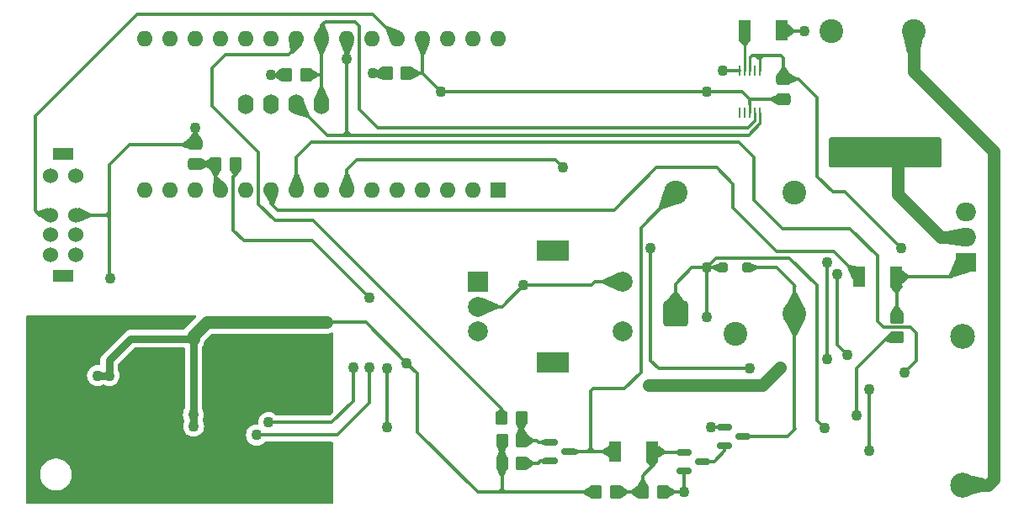
<source format=gtl>
G04 #@! TF.GenerationSoftware,KiCad,Pcbnew,8.0.3*
G04 #@! TF.CreationDate,2024-06-12T20:13:02+02:00*
G04 #@! TF.ProjectId,Li Ion Doctor,4c692049-6f6e-4204-946f-63746f722e6b,1*
G04 #@! TF.SameCoordinates,Original*
G04 #@! TF.FileFunction,Copper,L1,Top*
G04 #@! TF.FilePolarity,Positive*
%FSLAX46Y46*%
G04 Gerber Fmt 4.6, Leading zero omitted, Abs format (unit mm)*
G04 Created by KiCad (PCBNEW 8.0.3) date 2024-06-12 20:13:02*
%MOMM*%
%LPD*%
G01*
G04 APERTURE LIST*
G04 Aperture macros list*
%AMRoundRect*
0 Rectangle with rounded corners*
0 $1 Rounding radius*
0 $2 $3 $4 $5 $6 $7 $8 $9 X,Y pos of 4 corners*
0 Add a 4 corners polygon primitive as box body*
4,1,4,$2,$3,$4,$5,$6,$7,$8,$9,$2,$3,0*
0 Add four circle primitives for the rounded corners*
1,1,$1+$1,$2,$3*
1,1,$1+$1,$4,$5*
1,1,$1+$1,$6,$7*
1,1,$1+$1,$8,$9*
0 Add four rect primitives between the rounded corners*
20,1,$1+$1,$2,$3,$4,$5,0*
20,1,$1+$1,$4,$5,$6,$7,0*
20,1,$1+$1,$6,$7,$8,$9,0*
20,1,$1+$1,$8,$9,$2,$3,0*%
G04 Aperture macros list end*
G04 #@! TA.AperFunction,SMDPad,CuDef*
%ADD10RoundRect,0.250000X-0.250000X-0.250000X0.250000X-0.250000X0.250000X0.250000X-0.250000X0.250000X0*%
G04 #@! TD*
G04 #@! TA.AperFunction,SMDPad,CuDef*
%ADD11RoundRect,0.150000X-0.587500X-0.150000X0.587500X-0.150000X0.587500X0.150000X-0.587500X0.150000X0*%
G04 #@! TD*
G04 #@! TA.AperFunction,SMDPad,CuDef*
%ADD12R,1.250000X2.000000*%
G04 #@! TD*
G04 #@! TA.AperFunction,SMDPad,CuDef*
%ADD13RoundRect,0.250000X-0.350000X-0.450000X0.350000X-0.450000X0.350000X0.450000X-0.350000X0.450000X0*%
G04 #@! TD*
G04 #@! TA.AperFunction,ComponentPad*
%ADD14C,2.400000*%
G04 #@! TD*
G04 #@! TA.AperFunction,SMDPad,CuDef*
%ADD15RoundRect,0.250000X-0.450000X0.350000X-0.450000X-0.350000X0.450000X-0.350000X0.450000X0.350000X0*%
G04 #@! TD*
G04 #@! TA.AperFunction,ComponentPad*
%ADD16R,2.000000X2.000000*%
G04 #@! TD*
G04 #@! TA.AperFunction,ComponentPad*
%ADD17C,2.000000*%
G04 #@! TD*
G04 #@! TA.AperFunction,ComponentPad*
%ADD18R,3.200000X2.000000*%
G04 #@! TD*
G04 #@! TA.AperFunction,SMDPad,CuDef*
%ADD19RoundRect,0.250000X0.350000X0.450000X-0.350000X0.450000X-0.350000X-0.450000X0.350000X-0.450000X0*%
G04 #@! TD*
G04 #@! TA.AperFunction,SMDPad,CuDef*
%ADD20R,0.250000X1.100000*%
G04 #@! TD*
G04 #@! TA.AperFunction,ComponentPad*
%ADD21O,1.600000X2.000000*%
G04 #@! TD*
G04 #@! TA.AperFunction,ComponentPad*
%ADD22C,1.524000*%
G04 #@! TD*
G04 #@! TA.AperFunction,ComponentPad*
%ADD23R,2.032000X1.270000*%
G04 #@! TD*
G04 #@! TA.AperFunction,SMDPad,CuDef*
%ADD24RoundRect,0.250000X0.475000X-0.337500X0.475000X0.337500X-0.475000X0.337500X-0.475000X-0.337500X0*%
G04 #@! TD*
G04 #@! TA.AperFunction,SMDPad,CuDef*
%ADD25RoundRect,0.250000X-0.475000X0.337500X-0.475000X-0.337500X0.475000X-0.337500X0.475000X0.337500X0*%
G04 #@! TD*
G04 #@! TA.AperFunction,ComponentPad*
%ADD26C,2.500000*%
G04 #@! TD*
G04 #@! TA.AperFunction,ComponentPad*
%ADD27RoundRect,0.250000X-1.000000X-1.000000X1.000000X-1.000000X1.000000X1.000000X-1.000000X1.000000X0*%
G04 #@! TD*
G04 #@! TA.AperFunction,ComponentPad*
%ADD28R,2.000000X1.905000*%
G04 #@! TD*
G04 #@! TA.AperFunction,ComponentPad*
%ADD29O,2.000000X1.905000*%
G04 #@! TD*
G04 #@! TA.AperFunction,ComponentPad*
%ADD30C,0.500000*%
G04 #@! TD*
G04 #@! TA.AperFunction,ComponentPad*
%ADD31R,1.600000X1.600000*%
G04 #@! TD*
G04 #@! TA.AperFunction,ComponentPad*
%ADD32O,1.600000X1.600000*%
G04 #@! TD*
G04 #@! TA.AperFunction,ComponentPad*
%ADD33O,1.700000X1.100000*%
G04 #@! TD*
G04 #@! TA.AperFunction,ViaPad*
%ADD34C,1.100000*%
G04 #@! TD*
G04 #@! TA.AperFunction,Conductor*
%ADD35C,0.350000*%
G04 #@! TD*
G04 #@! TA.AperFunction,Conductor*
%ADD36C,0.250000*%
G04 #@! TD*
G04 #@! TA.AperFunction,Conductor*
%ADD37C,0.762000*%
G04 #@! TD*
G04 #@! TA.AperFunction,Conductor*
%ADD38C,1.270000*%
G04 #@! TD*
G04 APERTURE END LIST*
D10*
X165930000Y-109890000D03*
X168430000Y-109890000D03*
D11*
X166143300Y-125912800D03*
X166143300Y-127812800D03*
X168018300Y-126862800D03*
D12*
X155124300Y-128386800D03*
X158874300Y-128386800D03*
D13*
X153206700Y-132511800D03*
X155206700Y-132511800D03*
D11*
X148607300Y-127472400D03*
X148607300Y-129372400D03*
X150482300Y-128422400D03*
D13*
X157899100Y-132486400D03*
X159899100Y-132486400D03*
X143732500Y-127279400D03*
X145732500Y-127279400D03*
D11*
X162079300Y-128452800D03*
X162079300Y-130352800D03*
X163954300Y-129402800D03*
D13*
X114925600Y-99466400D03*
X116925600Y-99466400D03*
D14*
X185140600Y-86106000D03*
D15*
X183438800Y-114916200D03*
X183438800Y-116916200D03*
D16*
X141351000Y-111306600D03*
D17*
X141351000Y-116306600D03*
X141351000Y-113806600D03*
D18*
X148851000Y-108206600D03*
X148851000Y-119406600D03*
D17*
X155851000Y-116306600D03*
X155851000Y-111306600D03*
D19*
X145675100Y-125023800D03*
X143675100Y-125023800D03*
D12*
X168148000Y-86004400D03*
X171898000Y-86004400D03*
D14*
X176911000Y-86106000D03*
D20*
X169656000Y-90022700D03*
X169156000Y-90022700D03*
X168656000Y-90022700D03*
X168156000Y-90022700D03*
X167656000Y-90022700D03*
X167656000Y-94322700D03*
X168156000Y-94322700D03*
X168656000Y-94322700D03*
X169156000Y-94322700D03*
X169656000Y-94322700D03*
D13*
X143732500Y-129565400D03*
X145732500Y-129565400D03*
D21*
X117957600Y-93434600D03*
X120497600Y-93434600D03*
X123037600Y-93434600D03*
X125577600Y-93434600D03*
D19*
X134156200Y-90347800D03*
X132156200Y-90347800D03*
D22*
X100836100Y-108596700D03*
X100836100Y-106596700D03*
X100836100Y-104596700D03*
X100836100Y-100596700D03*
X98336100Y-108596700D03*
X98336100Y-106596700D03*
X98336100Y-104596700D03*
X98336100Y-100596700D03*
D23*
X99586100Y-98446700D03*
X99586100Y-110746700D03*
D24*
X172085000Y-92956200D03*
X172085000Y-90881200D03*
D13*
X122000000Y-90500000D03*
X124000000Y-90500000D03*
D25*
X112877600Y-97383600D03*
X112877600Y-99458600D03*
D12*
X179658800Y-110820200D03*
X183408800Y-110820200D03*
D26*
X190068200Y-116782200D03*
X190068200Y-131782200D03*
D14*
X167188400Y-116562000D03*
X173188400Y-102362000D03*
X161188400Y-102362000D03*
D27*
X161188400Y-114562000D03*
D14*
X173188400Y-114562000D03*
D28*
X190398400Y-109397800D03*
D29*
X190398400Y-106857800D03*
X190398400Y-104317800D03*
D30*
X121104850Y-119928700D03*
X119653050Y-119928700D03*
X118201250Y-119928700D03*
X121104850Y-121943300D03*
X119653050Y-121943300D03*
X118201250Y-121943300D03*
D31*
X143383000Y-102082600D03*
D32*
X140843000Y-102082600D03*
X138303000Y-102082600D03*
X135763000Y-102082600D03*
X133223000Y-102082600D03*
X130683000Y-102082600D03*
X128143000Y-102082600D03*
X125603000Y-102082600D03*
X123063000Y-102082600D03*
X120523000Y-102082600D03*
X117983000Y-102082600D03*
X115443000Y-102082600D03*
X112903000Y-102082600D03*
X110363000Y-102082600D03*
X107823000Y-102082600D03*
X107823000Y-86842600D03*
X110363000Y-86842600D03*
X112903000Y-86842600D03*
X115443000Y-86842600D03*
X117983000Y-86842600D03*
X120523000Y-86842600D03*
X123063000Y-86842600D03*
X125603000Y-86842600D03*
X128143000Y-86842600D03*
X130683000Y-86842600D03*
X133223000Y-86842600D03*
X135763000Y-86842600D03*
X138303000Y-86842600D03*
X140843000Y-86842600D03*
X143383000Y-86842600D03*
D33*
X96907200Y-126602400D03*
X100707200Y-126602400D03*
X96907200Y-117962400D03*
X100707200Y-117962400D03*
D34*
X149860000Y-99822000D03*
X132207000Y-119989600D03*
X132207000Y-125958600D03*
X164731700Y-125938200D03*
X184200800Y-120472200D03*
X120243600Y-125476000D03*
X128778000Y-119964200D03*
X168656000Y-120040400D03*
X158699200Y-107899200D03*
X130710000Y-90340000D03*
X128140000Y-88870000D03*
X164312600Y-92193050D03*
X164312600Y-114858800D03*
X126078400Y-115390000D03*
X120500000Y-90500000D03*
X103040000Y-120760000D03*
X124920000Y-115390000D03*
X134112000Y-119507000D03*
X112699800Y-125857000D03*
X112690000Y-124690000D03*
X123750000Y-115390000D03*
X137591800Y-92176600D03*
X176199800Y-126009400D03*
X104216200Y-120751600D03*
X164309800Y-109890000D03*
X158490000Y-121690000D03*
X159660000Y-121690000D03*
X170820000Y-120820000D03*
X171710000Y-119920000D03*
X169930000Y-121710000D03*
X160820100Y-121691400D03*
X183890000Y-107950000D03*
X145872200Y-111683800D03*
X104279700Y-110985300D03*
X112877600Y-95783400D03*
X162064700Y-132491400D03*
X174142400Y-86055200D03*
X182219600Y-98810000D03*
X183550000Y-99230000D03*
X178430000Y-99240000D03*
X187370000Y-98810000D03*
X186120000Y-99240000D03*
X180950000Y-99230000D03*
X179679600Y-98810000D03*
X177200000Y-98810000D03*
X184886600Y-98810000D03*
X130352800Y-112903000D03*
X119030000Y-126740000D03*
X130352800Y-119964200D03*
X176428400Y-109397800D03*
X165989000Y-90017600D03*
X176428400Y-119100600D03*
X177469800Y-110566200D03*
X178485800Y-118694200D03*
X180644800Y-128346200D03*
X180644800Y-122123200D03*
X179374800Y-124790200D03*
D35*
X129159000Y-99060000D02*
X128143000Y-100076000D01*
X149860000Y-99822000D02*
X149098000Y-99060000D01*
X149098000Y-99060000D02*
X129159000Y-99060000D01*
X128143000Y-100076000D02*
X128143000Y-102082600D01*
X132207000Y-119989600D02*
X132207000Y-125958600D01*
X164731700Y-125938200D02*
X166117900Y-125938200D01*
X167589200Y-97282000D02*
X124561600Y-97282000D01*
X182092600Y-115900200D02*
X181508400Y-115316000D01*
X169113200Y-103124000D02*
X169113200Y-98806000D01*
X185394600Y-116484400D02*
X184810400Y-115900200D01*
X124561600Y-97282000D02*
X123063000Y-98780600D01*
X169113200Y-98806000D02*
X167589200Y-97282000D01*
X171958000Y-105968800D02*
X169113200Y-103124000D01*
X181508400Y-108712000D02*
X178765200Y-105968800D01*
X185394600Y-119278400D02*
X185394600Y-116484400D01*
X123063000Y-98780600D02*
X123063000Y-102082600D01*
X184200800Y-120472200D02*
X185394600Y-119278400D01*
X181508400Y-115316000D02*
X181508400Y-108712000D01*
X184810400Y-115900200D02*
X182092600Y-115900200D01*
X178765200Y-105968800D02*
X171958000Y-105968800D01*
X166979600Y-103860600D02*
X166979600Y-101447600D01*
X177093400Y-108254800D02*
X171373800Y-108254800D01*
X166979600Y-101447600D02*
X165354000Y-99822000D01*
X159258000Y-99822000D02*
X154990800Y-104089200D01*
X171373800Y-108254800D02*
X166979600Y-103860600D01*
X165354000Y-99822000D02*
X159258000Y-99822000D01*
X120523000Y-103454200D02*
X120523000Y-102082600D01*
X121158000Y-104089200D02*
X120523000Y-103454200D01*
X154990800Y-104089200D02*
X121158000Y-104089200D01*
X179658800Y-110820200D02*
X177093400Y-108254800D01*
X128778000Y-119964200D02*
X128778000Y-123317000D01*
X128778000Y-123317000D02*
X126619000Y-125476000D01*
X126619000Y-125476000D02*
X120243600Y-125476000D01*
X114925600Y-99466400D02*
X112885400Y-99466400D01*
X114925600Y-99466400D02*
X114925600Y-101565200D01*
X114925600Y-101565200D02*
X115443000Y-102082600D01*
X159486600Y-120040400D02*
X158673800Y-119227600D01*
X158673800Y-119227600D02*
X158673800Y-107950000D01*
X168656000Y-120040400D02*
X159486600Y-120040400D01*
X123063000Y-87680800D02*
X122301000Y-88442800D01*
X120878600Y-105156000D02*
X124714000Y-105156000D01*
X119253000Y-98298000D02*
X119253000Y-103530400D01*
X124714000Y-105156000D02*
X143687800Y-124129800D01*
X114554000Y-93599000D02*
X119253000Y-98298000D01*
X122301000Y-88442800D02*
X115925600Y-88442800D01*
X123063000Y-86842600D02*
X123063000Y-87680800D01*
X114554000Y-89814400D02*
X114554000Y-93599000D01*
X115925600Y-88442800D02*
X114554000Y-89814400D01*
X119253000Y-103530400D02*
X120878600Y-105156000D01*
X143675100Y-125023800D02*
X143675100Y-124142500D01*
X125577600Y-93434600D02*
X125577600Y-90500200D01*
X131216400Y-95783400D02*
X168520300Y-95783400D01*
X125603000Y-86842600D02*
X125603000Y-85496400D01*
X129387600Y-93954600D02*
X131216400Y-95783400D01*
X124000000Y-90500000D02*
X125577400Y-90500000D01*
X129387600Y-85547200D02*
X129387600Y-93954600D01*
D36*
X125577400Y-90500000D02*
X125577600Y-90500200D01*
D35*
X125984000Y-85115400D02*
X128955800Y-85115400D01*
X125577600Y-90500200D02*
X125577600Y-86868000D01*
X128955800Y-85115400D02*
X129387600Y-85547200D01*
X168520300Y-95783400D02*
X169156000Y-95147700D01*
D36*
X169156000Y-94322700D02*
X169156000Y-95147700D01*
D35*
X125603000Y-85496400D02*
X125984000Y-85115400D01*
D36*
X169656000Y-94322700D02*
X169656000Y-95425518D01*
D35*
X130710000Y-90340000D02*
X132148400Y-90340000D01*
X126148400Y-96545400D02*
X127850000Y-96545400D01*
X128143000Y-86842600D02*
X128143000Y-88722200D01*
X128143000Y-96250000D02*
X128164600Y-96250000D01*
X128164600Y-96250000D02*
X128460000Y-96545400D01*
X127850000Y-96545400D02*
X128460000Y-96545400D01*
X132148400Y-90340000D02*
X132156200Y-90347800D01*
X128143000Y-96250000D02*
X128143000Y-96252400D01*
X168536118Y-96545400D02*
X169656000Y-95425518D01*
X128143000Y-96252400D02*
X127850000Y-96545400D01*
X123037600Y-93434600D02*
X126148400Y-96545400D01*
X128143000Y-88722200D02*
X128143000Y-96250000D01*
X128460000Y-96545400D02*
X168536118Y-96545400D01*
X96761300Y-104140000D02*
X97218000Y-104596700D01*
X107019000Y-84370000D02*
X96761300Y-94627700D01*
X96761300Y-94627700D02*
X96761300Y-104140000D01*
X133223000Y-86842600D02*
X130750400Y-84370000D01*
X130750400Y-84370000D02*
X107019000Y-84370000D01*
X97218000Y-104596700D02*
X98336100Y-104596700D01*
D36*
X122000000Y-90500000D02*
X120500000Y-90500000D01*
X135178800Y-126390400D02*
X135255000Y-126466600D01*
D35*
X134156200Y-90347800D02*
X135763000Y-90347800D01*
X141300200Y-132511800D02*
X135255000Y-126466600D01*
X164338000Y-92193050D02*
X137642600Y-92193050D01*
X143732500Y-132200000D02*
X143732500Y-132505200D01*
X168650000Y-92992400D02*
X168650000Y-93450000D01*
X143732500Y-127279400D02*
X143732500Y-129565400D01*
X175427000Y-125236600D02*
X175427000Y-111673000D01*
D37*
X103048400Y-120751600D02*
X103040000Y-120760000D01*
X112699800Y-125857000D02*
X112699800Y-117051000D01*
D35*
X135763000Y-86842600D02*
X135763000Y-90347800D01*
X162855200Y-109890000D02*
X161188400Y-111556800D01*
X164309800Y-109890000D02*
X162855200Y-109890000D01*
X135178800Y-120548400D02*
X135178800Y-126390400D01*
X164309800Y-114856000D02*
X164312600Y-114858800D01*
X143450000Y-132482500D02*
X143732500Y-132200000D01*
X130020400Y-115390000D02*
X134112000Y-119481600D01*
X134137400Y-119507000D02*
X135178800Y-120548400D01*
D37*
X104216200Y-120751600D02*
X104216200Y-119209400D01*
D35*
X164309800Y-109890000D02*
X165930000Y-109890000D01*
X164309800Y-109890000D02*
X164309800Y-114856000D01*
X143450000Y-132511800D02*
X141300200Y-132511800D01*
D38*
X112699800Y-116738400D02*
X114046000Y-115392200D01*
D35*
X161188400Y-111556800D02*
X161188400Y-114562000D01*
X126078400Y-115390000D02*
X130020400Y-115390000D01*
X167850000Y-92193050D02*
X164338000Y-92193050D01*
D38*
X114046000Y-115392200D02*
X126076200Y-115392200D01*
D35*
X172669200Y-108915200D02*
X165284600Y-108915200D01*
X135763000Y-90347800D02*
X137591800Y-92176600D01*
X144050000Y-132511800D02*
X143450000Y-132511800D01*
X172085000Y-92956200D02*
X168686200Y-92956200D01*
D37*
X104216200Y-119209400D02*
X106374600Y-117051000D01*
D35*
X143738200Y-132200000D02*
X144050000Y-132511800D01*
X165284600Y-108915200D02*
X164309800Y-109890000D01*
D36*
X167923050Y-92193050D02*
X167850000Y-92193050D01*
X168656000Y-93456000D02*
X168656000Y-94322700D01*
D37*
X106374600Y-117051000D02*
X112699800Y-117051000D01*
X104216200Y-120751600D02*
X103048400Y-120751600D01*
D35*
X143732500Y-129565400D02*
X143732500Y-132200000D01*
D38*
X112699800Y-117051000D02*
X112699800Y-116738400D01*
D36*
X168650000Y-93450000D02*
X168656000Y-93456000D01*
D35*
X176199800Y-126009400D02*
X175427000Y-125236600D01*
D38*
X126076200Y-115392200D02*
X126078400Y-115390000D01*
D35*
X153206700Y-132511800D02*
X144050000Y-132511800D01*
X168656000Y-92926000D02*
X167923050Y-92193050D01*
X175427000Y-111673000D02*
X172669200Y-108915200D01*
D38*
X169940000Y-121690000D02*
X171710000Y-119920000D01*
X158490000Y-121690000D02*
X169940000Y-121690000D01*
D35*
X168911000Y-88519000D02*
X168706000Y-88724000D01*
X178110000Y-102250000D02*
X177000000Y-102250000D01*
D36*
X169656000Y-88523000D02*
X169660000Y-88519000D01*
D35*
X178190000Y-102250000D02*
X178110000Y-102250000D01*
X175463200Y-92735400D02*
X173609000Y-90881200D01*
X169330000Y-88574000D02*
X169656000Y-88900000D01*
X169660000Y-88519000D02*
X169330000Y-88519000D01*
X177000000Y-102250000D02*
X175463200Y-100713200D01*
D36*
X169656000Y-88900000D02*
X169656000Y-88523000D01*
X168656000Y-90022700D02*
X168656000Y-88774000D01*
D35*
X172085000Y-90020000D02*
X172085000Y-90881200D01*
X169330000Y-88519000D02*
X169330000Y-88574000D01*
X171050000Y-88519000D02*
X170040000Y-88519000D01*
X173609000Y-90881200D02*
X172085000Y-90881200D01*
D36*
X168656000Y-88774000D02*
X168706000Y-88724000D01*
D35*
X169656000Y-88900000D02*
X169659000Y-88900000D01*
X171780200Y-88519000D02*
X172085000Y-88823800D01*
X170040000Y-88519000D02*
X169660000Y-88519000D01*
X171170000Y-88519000D02*
X171050000Y-88519000D01*
X171780200Y-88519000D02*
X171170000Y-88519000D01*
X175463200Y-100713200D02*
X175463200Y-92735400D01*
X172082300Y-90022700D02*
X172085000Y-90020000D01*
X172085000Y-88823800D02*
X172085000Y-90020000D01*
X169330000Y-88519000D02*
X168911000Y-88519000D01*
D36*
X169656000Y-90022700D02*
X169656000Y-88900000D01*
D35*
X169659000Y-88900000D02*
X170040000Y-88519000D01*
X183890000Y-107950000D02*
X178190000Y-102250000D01*
X112877600Y-95783400D02*
X112877600Y-97383600D01*
X104254300Y-104596700D02*
X104254300Y-104900000D01*
X104254300Y-104300000D02*
X104254300Y-99570900D01*
X145872200Y-111683800D02*
X152704800Y-111683800D01*
X104254300Y-104900000D02*
X104254300Y-110985300D01*
X159899100Y-132486400D02*
X162059700Y-132486400D01*
X153082000Y-111306600D02*
X155851000Y-111306600D01*
X104254300Y-99570900D02*
X106281400Y-97543800D01*
X106281400Y-97543800D02*
X112877600Y-97543800D01*
X104246700Y-104300000D02*
X103950000Y-104596700D01*
X103950000Y-104596700D02*
X104254300Y-104596700D01*
X141351000Y-113806600D02*
X143749400Y-113806600D01*
X103951000Y-104596700D02*
X104254300Y-104900000D01*
X152704800Y-111683800D02*
X153082000Y-111306600D01*
X100836100Y-104596700D02*
X103950000Y-104596700D01*
X162064700Y-132491400D02*
X162064700Y-130367400D01*
X143749400Y-113806600D02*
X145872200Y-111683800D01*
X104254300Y-104596700D02*
X104254300Y-104300000D01*
D36*
X168156000Y-90022700D02*
X168156000Y-86012400D01*
D35*
X168148000Y-86004400D02*
X168106000Y-86046400D01*
X156083000Y-122047000D02*
X152908000Y-122047000D01*
X152641300Y-128422400D02*
X153000000Y-128422400D01*
X174142400Y-86055200D02*
X171948800Y-86055200D01*
X152350000Y-128404000D02*
X152654000Y-128100000D01*
X152677600Y-128100000D02*
X153000000Y-128422400D01*
X157695900Y-105854500D02*
X161188400Y-102362000D01*
X153000000Y-128422400D02*
X155088700Y-128422400D01*
X157695900Y-120434100D02*
X157695900Y-105854500D01*
X157695900Y-120434100D02*
X156083000Y-122047000D01*
X152654000Y-128100000D02*
X152654000Y-128409700D01*
X150482300Y-128422400D02*
X152350000Y-128422400D01*
X152654000Y-122301000D02*
X152654000Y-128100000D01*
X152350000Y-128422400D02*
X152641300Y-128422400D01*
X152908000Y-122047000D02*
X152654000Y-122301000D01*
X183438800Y-114916200D02*
X183438800Y-110850200D01*
X183408800Y-110820200D02*
X188976000Y-110820200D01*
X188976000Y-110820200D02*
X190398400Y-109397800D01*
X173188400Y-111678400D02*
X173188400Y-111774200D01*
X168018300Y-126862800D02*
X172476200Y-126862800D01*
X168430000Y-109890000D02*
X171400000Y-109890000D01*
X171400000Y-109890000D02*
X173188400Y-111678400D01*
X173188400Y-126122200D02*
X173188400Y-114562000D01*
X173188400Y-111774200D02*
X173188400Y-114562000D01*
X172476200Y-126862800D02*
X173202600Y-126136400D01*
D36*
X173202600Y-126136400D02*
X173188400Y-126122200D01*
X173202600Y-111760000D02*
X173188400Y-111774200D01*
D35*
X162079300Y-128452800D02*
X158940300Y-128452800D01*
X158874300Y-128386800D02*
X158874300Y-129885600D01*
X158874300Y-129885600D02*
X157899100Y-130860800D01*
X157899100Y-132486400D02*
X155232100Y-132486400D01*
X157899100Y-130860800D02*
X157899100Y-132486400D01*
X147205700Y-127279400D02*
X147398700Y-127472400D01*
X145675100Y-125023800D02*
X145675100Y-127222000D01*
X147398700Y-127472400D02*
X148607300Y-127472400D01*
X145732500Y-127279400D02*
X147205700Y-127279400D01*
X148607300Y-129372400D02*
X147576500Y-129372400D01*
X147383500Y-129565400D02*
X147576500Y-129372400D01*
X145732500Y-129565400D02*
X147383500Y-129565400D01*
D38*
X183550000Y-102524000D02*
X187883800Y-106857800D01*
X183550000Y-99230000D02*
X183550000Y-102524000D01*
X187883800Y-106857800D02*
X190398400Y-106857800D01*
D35*
X124631200Y-107181400D02*
X117779800Y-107181400D01*
X130352800Y-123520200D02*
X130352800Y-119964200D01*
X117779800Y-107181400D02*
X116713000Y-106114600D01*
X127133000Y-126740000D02*
X130352800Y-123520200D01*
X116713000Y-106114600D02*
X116713000Y-100761800D01*
X119030000Y-126740000D02*
X127133000Y-126740000D01*
X116925600Y-100549200D02*
X116713000Y-100761800D01*
X130352800Y-112903000D02*
X124631200Y-107181400D01*
X116925600Y-99466400D02*
X116925600Y-100549200D01*
D38*
X185140600Y-90145800D02*
X193216600Y-98221800D01*
X192625400Y-131782200D02*
X193216600Y-131191000D01*
X190068200Y-131782200D02*
X192625400Y-131782200D01*
X193216600Y-131191000D02*
X193216600Y-98221800D01*
X185140600Y-86106000D02*
X185140600Y-90145800D01*
D35*
X163954300Y-129402800D02*
X165072100Y-129402800D01*
X165072100Y-129402800D02*
X166143300Y-128331600D01*
X166143300Y-128331600D02*
X166143300Y-127812800D01*
X165989000Y-90017600D02*
X167606000Y-90017600D01*
X176428400Y-109397800D02*
X176428400Y-119100600D01*
X177469800Y-117678200D02*
X178485800Y-118694200D01*
X177469800Y-110566200D02*
X177469800Y-117678200D01*
X180644800Y-122123200D02*
X180644800Y-128346200D01*
X179374800Y-124790200D02*
X179374800Y-120051400D01*
X179374800Y-120051400D02*
X182510000Y-116916200D01*
X182510000Y-116916200D02*
X183438800Y-116916200D01*
G04 #@! TA.AperFunction,Conductor*
G36*
X112907535Y-114712046D02*
G01*
X112953333Y-114764812D01*
X112963333Y-114833962D01*
X112934361Y-114897542D01*
X112928262Y-114904097D01*
X111960072Y-115872289D01*
X111833691Y-115998669D01*
X111833690Y-115998670D01*
X111746711Y-116118386D01*
X111691380Y-116161051D01*
X111646393Y-116169500D01*
X106287775Y-116169500D01*
X106117483Y-116203373D01*
X106117475Y-116203375D01*
X106027849Y-116240500D01*
X105957056Y-116269823D01*
X105957046Y-116269828D01*
X105817058Y-116363367D01*
X105812673Y-116366296D01*
X105812672Y-116366297D01*
X103531496Y-118647472D01*
X103531495Y-118647473D01*
X103435022Y-118791856D01*
X103368577Y-118952271D01*
X103368574Y-118952281D01*
X103334700Y-119122577D01*
X103334700Y-119596629D01*
X103315015Y-119663668D01*
X103262211Y-119709423D01*
X103198546Y-119720032D01*
X103040000Y-119704417D01*
X102834067Y-119724699D01*
X102636043Y-119784769D01*
X102525898Y-119843643D01*
X102453550Y-119882315D01*
X102453548Y-119882316D01*
X102453547Y-119882317D01*
X102293589Y-120013589D01*
X102162317Y-120173547D01*
X102064769Y-120356043D01*
X102004699Y-120554067D01*
X101984417Y-120760000D01*
X102004699Y-120965932D01*
X102004700Y-120965934D01*
X102064768Y-121163954D01*
X102162315Y-121346450D01*
X102162317Y-121346452D01*
X102293589Y-121506410D01*
X102390209Y-121585702D01*
X102453550Y-121637685D01*
X102636046Y-121735232D01*
X102834066Y-121795300D01*
X102834065Y-121795300D01*
X102852529Y-121797118D01*
X103040000Y-121815583D01*
X103245934Y-121795300D01*
X103443954Y-121735232D01*
X103577505Y-121663846D01*
X103645905Y-121649605D01*
X103694409Y-121663846D01*
X103812246Y-121726832D01*
X104010266Y-121786900D01*
X104010265Y-121786900D01*
X104028729Y-121788718D01*
X104216200Y-121807183D01*
X104422134Y-121786900D01*
X104620154Y-121726832D01*
X104802650Y-121629285D01*
X104962610Y-121498010D01*
X105093885Y-121338050D01*
X105191432Y-121155554D01*
X105251500Y-120957534D01*
X105271783Y-120751600D01*
X105251500Y-120545666D01*
X105191432Y-120347646D01*
X105112342Y-120199680D01*
X105097700Y-120141226D01*
X105097700Y-119625891D01*
X105117385Y-119558852D01*
X105134019Y-119538210D01*
X106703410Y-117968819D01*
X106764733Y-117935334D01*
X106791091Y-117932500D01*
X111694300Y-117932500D01*
X111761339Y-117952185D01*
X111807094Y-118004989D01*
X111818300Y-118056500D01*
X111818300Y-124061292D01*
X111803658Y-124119746D01*
X111714769Y-124286043D01*
X111654699Y-124484067D01*
X111634417Y-124690000D01*
X111654699Y-124895932D01*
X111714769Y-125093958D01*
X111784393Y-125224214D01*
X111798635Y-125292616D01*
X111784393Y-125341120D01*
X111724571Y-125453038D01*
X111724570Y-125453041D01*
X111664499Y-125651067D01*
X111644217Y-125857000D01*
X111664499Y-126062932D01*
X111664500Y-126062934D01*
X111724568Y-126260954D01*
X111822115Y-126443450D01*
X111822117Y-126443452D01*
X111953389Y-126603410D01*
X112050009Y-126682702D01*
X112113350Y-126734685D01*
X112295846Y-126832232D01*
X112493866Y-126892300D01*
X112493865Y-126892300D01*
X112512329Y-126894118D01*
X112699800Y-126912583D01*
X112905734Y-126892300D01*
X113103754Y-126832232D01*
X113286250Y-126734685D01*
X113446210Y-126603410D01*
X113577485Y-126443450D01*
X113675032Y-126260954D01*
X113735100Y-126062934D01*
X113755383Y-125857000D01*
X113735100Y-125651066D01*
X113675032Y-125453046D01*
X113605405Y-125322785D01*
X113591164Y-125254383D01*
X113605405Y-125205880D01*
X113665232Y-125093954D01*
X113725300Y-124895934D01*
X113745583Y-124690000D01*
X113725300Y-124484066D01*
X113665232Y-124286046D01*
X113665228Y-124286038D01*
X113595942Y-124156413D01*
X113581300Y-124097960D01*
X113581300Y-117809837D01*
X113600985Y-117742798D01*
X113604972Y-117736964D01*
X113670967Y-117646132D01*
X113752109Y-117486881D01*
X113807340Y-117316897D01*
X113816130Y-117261396D01*
X113846057Y-117198266D01*
X113850902Y-117193135D01*
X114480021Y-116564019D01*
X114541344Y-116530534D01*
X114567702Y-116527700D01*
X126165570Y-116527700D01*
X126244024Y-116515273D01*
X126342097Y-116499741D01*
X126470393Y-116458053D01*
X126512081Y-116444509D01*
X126565706Y-116417185D01*
X126634375Y-116404290D01*
X126699115Y-116430567D01*
X126739372Y-116487673D01*
X126746000Y-116527671D01*
X126746000Y-124342337D01*
X126726315Y-124409376D01*
X126709681Y-124430018D01*
X126375518Y-124764181D01*
X126314195Y-124797666D01*
X126287837Y-124800500D01*
X121106852Y-124800500D01*
X121039813Y-124780815D01*
X121010998Y-124755164D01*
X120990010Y-124729589D01*
X120830052Y-124598317D01*
X120830053Y-124598317D01*
X120830050Y-124598315D01*
X120647554Y-124500768D01*
X120449534Y-124440700D01*
X120449532Y-124440699D01*
X120449534Y-124440699D01*
X120243600Y-124420417D01*
X120037667Y-124440699D01*
X119839643Y-124500769D01*
X119729498Y-124559643D01*
X119657150Y-124598315D01*
X119657148Y-124598316D01*
X119657147Y-124598317D01*
X119497189Y-124729589D01*
X119365917Y-124889547D01*
X119268369Y-125072043D01*
X119208299Y-125270067D01*
X119188017Y-125476000D01*
X119195483Y-125551807D01*
X119182464Y-125620453D01*
X119134399Y-125671164D01*
X119066548Y-125687838D01*
X119059928Y-125687364D01*
X119030002Y-125684417D01*
X119030001Y-125684417D01*
X119030000Y-125684417D01*
X119009718Y-125686414D01*
X118824067Y-125704699D01*
X118626043Y-125764769D01*
X118515898Y-125823643D01*
X118443550Y-125862315D01*
X118443548Y-125862316D01*
X118443547Y-125862317D01*
X118283589Y-125993589D01*
X118152317Y-126153547D01*
X118054769Y-126336043D01*
X117994699Y-126534067D01*
X117974417Y-126740000D01*
X117994699Y-126945932D01*
X117994700Y-126945934D01*
X118054768Y-127143954D01*
X118152315Y-127326450D01*
X118152317Y-127326452D01*
X118283589Y-127486410D01*
X118380209Y-127565702D01*
X118443550Y-127617685D01*
X118626046Y-127715232D01*
X118824066Y-127775300D01*
X118824065Y-127775300D01*
X118842529Y-127777118D01*
X119030000Y-127795583D01*
X119235934Y-127775300D01*
X119433954Y-127715232D01*
X119616450Y-127617685D01*
X119776410Y-127486410D01*
X119797398Y-127460836D01*
X119855143Y-127421501D01*
X119893252Y-127415500D01*
X126622000Y-127415500D01*
X126689039Y-127435185D01*
X126734794Y-127487989D01*
X126746000Y-127539500D01*
X126746000Y-133556200D01*
X126726315Y-133623239D01*
X126673511Y-133668994D01*
X126622000Y-133680200D01*
X95975600Y-133680200D01*
X95908561Y-133660515D01*
X95862806Y-133607711D01*
X95851600Y-133556200D01*
X95851600Y-130586465D01*
X97254066Y-130586465D01*
X97254066Y-130837934D01*
X97293401Y-131086290D01*
X97371108Y-131325444D01*
X97485268Y-131549493D01*
X97633063Y-131752917D01*
X97633067Y-131752922D01*
X97810877Y-131930732D01*
X97810882Y-131930736D01*
X97988320Y-132059651D01*
X98014310Y-132078534D01*
X98157074Y-132151276D01*
X98238355Y-132192691D01*
X98238357Y-132192691D01*
X98238360Y-132192693D01*
X98366549Y-132234344D01*
X98477509Y-132270398D01*
X98725866Y-132309734D01*
X98977329Y-132309734D01*
X98977334Y-132309734D01*
X99225690Y-132270398D01*
X99464840Y-132192693D01*
X99688890Y-132078534D01*
X99892324Y-131930731D01*
X100070131Y-131752924D01*
X100217934Y-131549490D01*
X100332093Y-131325440D01*
X100409798Y-131086290D01*
X100449134Y-130837929D01*
X100451600Y-130712200D01*
X100449134Y-130586471D01*
X100409798Y-130338110D01*
X100332093Y-130098960D01*
X100332091Y-130098957D01*
X100332091Y-130098955D01*
X100290676Y-130017674D01*
X100217934Y-129874910D01*
X100199051Y-129848920D01*
X100070136Y-129671482D01*
X100070132Y-129671477D01*
X99892322Y-129493667D01*
X99892317Y-129493663D01*
X99688893Y-129345868D01*
X99688892Y-129345867D01*
X99688890Y-129345866D01*
X99618922Y-129310215D01*
X99464844Y-129231708D01*
X99225690Y-129154001D01*
X98977334Y-129114666D01*
X98977329Y-129114666D01*
X98725871Y-129114666D01*
X98725866Y-129114666D01*
X98477509Y-129154001D01*
X98238355Y-129231708D01*
X98014306Y-129345868D01*
X97810882Y-129493663D01*
X97810877Y-129493667D01*
X97633067Y-129671477D01*
X97633063Y-129671482D01*
X97485268Y-129874906D01*
X97371108Y-130098955D01*
X97293401Y-130338109D01*
X97254066Y-130586465D01*
X95851600Y-130586465D01*
X95851600Y-114830262D01*
X95871285Y-114763223D01*
X95924089Y-114717468D01*
X95975496Y-114706262D01*
X112840480Y-114692416D01*
X112907535Y-114712046D01*
G37*
G04 #@! TD.AperFunction*
G04 #@! TA.AperFunction,Conductor*
G36*
X187823277Y-96797685D02*
G01*
X187843919Y-96814319D01*
X187898281Y-96868681D01*
X187931766Y-96930004D01*
X187934600Y-96956362D01*
X187934600Y-99647638D01*
X187914915Y-99714677D01*
X187898281Y-99735319D01*
X187843919Y-99789681D01*
X187782596Y-99823166D01*
X187756238Y-99826000D01*
X176809962Y-99826000D01*
X176742923Y-99806315D01*
X176722281Y-99789681D01*
X176667919Y-99735319D01*
X176634434Y-99673996D01*
X176631600Y-99647638D01*
X176631600Y-96956362D01*
X176651285Y-96889323D01*
X176667919Y-96868681D01*
X176722281Y-96814319D01*
X176783604Y-96780834D01*
X176809962Y-96778000D01*
X187756238Y-96778000D01*
X187823277Y-96797685D01*
G37*
G04 #@! TD.AperFunction*
G04 #@! TA.AperFunction,Conductor*
G36*
X128318610Y-100486027D02*
G01*
X128321062Y-100489624D01*
X128877346Y-101765541D01*
X128877511Y-101774494D01*
X128871297Y-101780942D01*
X128871111Y-101781021D01*
X128147490Y-102081734D01*
X128138536Y-102081744D01*
X127414887Y-101781020D01*
X127408563Y-101774682D01*
X127408574Y-101765727D01*
X127408653Y-101765541D01*
X127964938Y-100489624D01*
X127971386Y-100483410D01*
X127975663Y-100482600D01*
X128310337Y-100482600D01*
X128318610Y-100486027D01*
G37*
G04 #@! TD.AperFunction*
G04 #@! TA.AperFunction,Conductor*
G36*
X123238610Y-100486027D02*
G01*
X123241062Y-100489624D01*
X123797346Y-101765541D01*
X123797511Y-101774494D01*
X123791297Y-101780942D01*
X123791111Y-101781021D01*
X123067490Y-102081734D01*
X123058536Y-102081744D01*
X122334887Y-101781020D01*
X122328563Y-101774682D01*
X122328574Y-101765727D01*
X122328653Y-101765541D01*
X122884938Y-100489624D01*
X122891386Y-100483410D01*
X122895663Y-100482600D01*
X123230337Y-100482600D01*
X123238610Y-100486027D01*
G37*
G04 #@! TD.AperFunction*
G04 #@! TA.AperFunction,Conductor*
G36*
X121251328Y-102384277D02*
G01*
X121257657Y-102390612D01*
X121257665Y-102399535D01*
X120809137Y-103489792D01*
X120806590Y-103493614D01*
X120571558Y-103728646D01*
X120563285Y-103732073D01*
X120555012Y-103728646D01*
X120553146Y-103726210D01*
X119790527Y-102400277D01*
X119789374Y-102391398D01*
X119794837Y-102384303D01*
X119796164Y-102383648D01*
X120517807Y-102083756D01*
X120526760Y-102083746D01*
X121251328Y-102384277D01*
G37*
G04 #@! TD.AperFunction*
G04 #@! TA.AperFunction,Conductor*
G36*
X178721915Y-109630970D02*
G01*
X179534648Y-109818347D01*
X179541939Y-109823545D01*
X179543640Y-109828391D01*
X179658480Y-110812112D01*
X179656036Y-110820727D01*
X179651322Y-110824284D01*
X179044103Y-111074832D01*
X179035148Y-111074820D01*
X179029054Y-111068999D01*
X178471616Y-109884442D01*
X178471194Y-109875497D01*
X178473927Y-109871189D01*
X178711018Y-109634098D01*
X178719290Y-109630672D01*
X178721915Y-109630970D01*
G37*
G04 #@! TD.AperFunction*
G04 #@! TA.AperFunction,Conductor*
G36*
X114387614Y-98873749D02*
G01*
X114601798Y-99109258D01*
X114919440Y-99458528D01*
X114922471Y-99466954D01*
X114919440Y-99474272D01*
X114387616Y-100059049D01*
X114379514Y-100062864D01*
X114372594Y-100060993D01*
X113730934Y-99644859D01*
X113725857Y-99637483D01*
X113725600Y-99635043D01*
X113725600Y-99297756D01*
X113729027Y-99289483D01*
X113730929Y-99287943D01*
X114372595Y-98871805D01*
X114381400Y-98870179D01*
X114387614Y-98873749D01*
G37*
G04 #@! TD.AperFunction*
G04 #@! TA.AperFunction,Conductor*
G36*
X113455918Y-98894266D02*
G01*
X114183967Y-99288082D01*
X114189613Y-99295032D01*
X114190100Y-99298373D01*
X114190100Y-99634295D01*
X114186673Y-99642568D01*
X114183797Y-99644676D01*
X113455855Y-100023126D01*
X113446934Y-100023902D01*
X113442208Y-100021041D01*
X112884941Y-99466894D01*
X112881492Y-99458633D01*
X112884896Y-99450350D01*
X113442105Y-98896260D01*
X113450386Y-98892858D01*
X113455918Y-98894266D01*
G37*
G04 #@! TD.AperFunction*
G04 #@! TA.AperFunction,Conductor*
G36*
X115103955Y-100687727D02*
G01*
X115999683Y-101508665D01*
X116003467Y-101516781D01*
X116000403Y-101525195D01*
X116000058Y-101525556D01*
X115446434Y-102080159D01*
X115438164Y-102083593D01*
X115438139Y-102083593D01*
X114655618Y-102082615D01*
X114647350Y-102079178D01*
X114643933Y-102070900D01*
X114643967Y-102070030D01*
X114749769Y-100695454D01*
X114753820Y-100687468D01*
X114761434Y-100684652D01*
X115096050Y-100684652D01*
X115103955Y-100687727D01*
G37*
G04 #@! TD.AperFunction*
G04 #@! TA.AperFunction,Conductor*
G36*
X114933616Y-99472943D02*
G01*
X115200049Y-99723647D01*
X115500027Y-100005915D01*
X115503704Y-100014080D01*
X115502312Y-100019981D01*
X115103913Y-100760245D01*
X115096974Y-100765906D01*
X115093610Y-100766400D01*
X114757590Y-100766400D01*
X114749317Y-100762973D01*
X114747287Y-100760245D01*
X114348887Y-100019981D01*
X114347984Y-100011072D01*
X114351172Y-100005915D01*
X114917583Y-99472943D01*
X114925956Y-99469770D01*
X114933616Y-99472943D01*
G37*
G04 #@! TD.AperFunction*
G04 #@! TA.AperFunction,Conductor*
G36*
X123067122Y-86845317D02*
G01*
X123067139Y-86845334D01*
X123620232Y-87399811D01*
X123623649Y-87408089D01*
X123620212Y-87416357D01*
X123620023Y-87416542D01*
X122656338Y-88335333D01*
X122647985Y-88338562D01*
X122639991Y-88335138D01*
X122403491Y-88098638D01*
X122400134Y-88091642D01*
X122326014Y-87416542D01*
X122264423Y-86855563D01*
X122266926Y-86846967D01*
X122274776Y-86842658D01*
X122276034Y-86842588D01*
X123058846Y-86841897D01*
X123067122Y-86845317D01*
G37*
G04 #@! TD.AperFunction*
G04 #@! TA.AperFunction,Conductor*
G36*
X143853170Y-124144721D02*
G01*
X144191691Y-124389653D01*
X144196385Y-124397279D01*
X144194312Y-124405990D01*
X144193796Y-124406653D01*
X143684063Y-125014118D01*
X143676120Y-125018252D01*
X143667579Y-125015560D01*
X143666137Y-125014118D01*
X143469429Y-124779696D01*
X143156402Y-124406651D01*
X143153711Y-124398112D01*
X143157845Y-124390169D01*
X143158493Y-124389664D01*
X143497030Y-124144720D01*
X143503888Y-124142500D01*
X143846312Y-124142500D01*
X143853170Y-124144721D01*
G37*
G04 #@! TD.AperFunction*
G04 #@! TA.AperFunction,Conductor*
G36*
X125753167Y-91653399D02*
G01*
X125755643Y-91657051D01*
X126239592Y-92782739D01*
X126239711Y-92791693D01*
X126236991Y-92795757D01*
X125585748Y-93427693D01*
X125577424Y-93430995D01*
X125569452Y-93427693D01*
X124918208Y-92795757D01*
X124914657Y-92787536D01*
X124915606Y-92782741D01*
X125399557Y-91657051D01*
X125405973Y-91650804D01*
X125410306Y-91649972D01*
X125744894Y-91649972D01*
X125753167Y-91653399D01*
G37*
G04 #@! TD.AperFunction*
G04 #@! TA.AperFunction,Conductor*
G36*
X125667067Y-85202059D02*
G01*
X125669382Y-85203855D01*
X125904500Y-85438973D01*
X125907098Y-85442921D01*
X126337841Y-86525738D01*
X126337715Y-86534692D01*
X126331453Y-86540870D01*
X125606780Y-86841445D01*
X125597825Y-86841450D01*
X125597807Y-86841442D01*
X124876334Y-86541622D01*
X124870009Y-86535283D01*
X124870020Y-86526328D01*
X124870751Y-86524867D01*
X125651042Y-85206168D01*
X125658202Y-85200795D01*
X125667067Y-85202059D01*
G37*
G04 #@! TD.AperFunction*
G04 #@! TA.AperFunction,Conductor*
G36*
X124553004Y-89905405D02*
G01*
X125194666Y-90321541D01*
X125199743Y-90328916D01*
X125200000Y-90331356D01*
X125200000Y-90668643D01*
X125196573Y-90676916D01*
X125194666Y-90678459D01*
X124553005Y-91094593D01*
X124544199Y-91096220D01*
X124537984Y-91092649D01*
X124006158Y-90507871D01*
X124003128Y-90499446D01*
X124006159Y-90492128D01*
X124537985Y-89907348D01*
X124546085Y-89903535D01*
X124553004Y-89905405D01*
G37*
G04 #@! TD.AperFunction*
G04 #@! TA.AperFunction,Conductor*
G36*
X126330913Y-87144096D02*
G01*
X126337238Y-87150435D01*
X126337227Y-87159390D01*
X126337063Y-87159767D01*
X125755725Y-88430715D01*
X125749167Y-88436813D01*
X125745085Y-88437548D01*
X125410390Y-88437548D01*
X125402117Y-88434121D01*
X125399595Y-88430360D01*
X124868417Y-87159563D01*
X124868388Y-87150608D01*
X124874697Y-87144258D01*
X125598512Y-86843464D01*
X125607461Y-86843454D01*
X126330913Y-87144096D01*
G37*
G04 #@! TD.AperFunction*
G04 #@! TA.AperFunction,Conductor*
G36*
X131620536Y-89751634D02*
G01*
X132150081Y-90339892D01*
X132153069Y-90348333D01*
X132150000Y-90355635D01*
X131615891Y-90936928D01*
X131607770Y-90940702D01*
X131600849Y-90938789D01*
X131598018Y-90936928D01*
X131361876Y-90781689D01*
X130961473Y-90518466D01*
X130956442Y-90511057D01*
X130956200Y-90508689D01*
X130956200Y-90171404D01*
X130959627Y-90163131D01*
X130961590Y-90161551D01*
X131605537Y-89749606D01*
X131614352Y-89748036D01*
X131620536Y-89751634D01*
G37*
G04 #@! TD.AperFunction*
G04 #@! TA.AperFunction,Conductor*
G36*
X128871112Y-87144179D02*
G01*
X128877436Y-87150517D01*
X128877425Y-87159472D01*
X128877346Y-87159658D01*
X128321062Y-88435576D01*
X128314614Y-88441790D01*
X128310337Y-88442600D01*
X127975663Y-88442600D01*
X127967390Y-88439173D01*
X127964938Y-88435576D01*
X127408653Y-87159658D01*
X127408488Y-87150705D01*
X127414702Y-87144257D01*
X127414768Y-87144228D01*
X128138512Y-86843464D01*
X128147461Y-86843454D01*
X128871112Y-87144179D01*
G37*
G04 #@! TD.AperFunction*
G04 #@! TA.AperFunction,Conductor*
G36*
X123826715Y-93099047D02*
G01*
X123826915Y-93099532D01*
X124379089Y-94524247D01*
X124378884Y-94533199D01*
X124376453Y-94536748D01*
X124139242Y-94773959D01*
X124130969Y-94777386D01*
X124127719Y-94776925D01*
X122900679Y-94422068D01*
X122893683Y-94416478D01*
X122892355Y-94409117D01*
X123035946Y-93440282D01*
X123040548Y-93432602D01*
X123042802Y-93431291D01*
X123811294Y-93093050D01*
X123820245Y-93092855D01*
X123826715Y-93099047D01*
G37*
G04 #@! TD.AperFunction*
G04 #@! TA.AperFunction,Conductor*
G36*
X132222505Y-85590287D02*
G01*
X133518067Y-86099144D01*
X133524514Y-86105357D01*
X133524679Y-86114310D01*
X133524604Y-86114498D01*
X133225562Y-86838812D01*
X133219237Y-86845151D01*
X133219212Y-86845162D01*
X132494898Y-87144204D01*
X132485943Y-87144193D01*
X132479618Y-87137854D01*
X132479589Y-87137782D01*
X131970687Y-85842105D01*
X131970852Y-85833152D01*
X131973301Y-85829558D01*
X132209956Y-85592903D01*
X132218228Y-85589477D01*
X132222505Y-85590287D01*
G37*
G04 #@! TD.AperFunction*
G04 #@! TA.AperFunction,Conductor*
G36*
X98043304Y-103896631D02*
G01*
X98048529Y-103902430D01*
X98333805Y-104590171D01*
X98333810Y-104599126D01*
X98331260Y-104602938D01*
X97804269Y-105128549D01*
X97795992Y-105131965D01*
X97789239Y-105129809D01*
X96818547Y-104441446D01*
X96813781Y-104433865D01*
X96815771Y-104425134D01*
X96817036Y-104423635D01*
X97052630Y-104188041D01*
X97057575Y-104185099D01*
X98034399Y-103895695D01*
X98043304Y-103896631D01*
G37*
G04 #@! TD.AperFunction*
G04 #@! TA.AperFunction,Conductor*
G36*
X121462375Y-89907745D02*
G01*
X121993840Y-90492128D01*
X121996871Y-90500554D01*
X121993840Y-90507872D01*
X121462375Y-91092254D01*
X121454273Y-91096069D01*
X121446853Y-91093855D01*
X120804834Y-90628503D01*
X120800146Y-90620873D01*
X120800000Y-90619030D01*
X120800000Y-90380969D01*
X120803427Y-90372696D01*
X120804834Y-90371496D01*
X121446855Y-89906143D01*
X121455562Y-89904063D01*
X121462375Y-89907745D01*
G37*
G04 #@! TD.AperFunction*
G04 #@! TA.AperFunction,Conductor*
G36*
X134709204Y-89753205D02*
G01*
X135350866Y-90169341D01*
X135355943Y-90176716D01*
X135356200Y-90179156D01*
X135356200Y-90516443D01*
X135352773Y-90524716D01*
X135350866Y-90526259D01*
X134709205Y-90942393D01*
X134700399Y-90944020D01*
X134694184Y-90940449D01*
X134162358Y-90355671D01*
X134159328Y-90347246D01*
X134162359Y-90339928D01*
X134694185Y-89755148D01*
X134702285Y-89751335D01*
X134709204Y-89753205D01*
G37*
G04 #@! TD.AperFunction*
G04 #@! TA.AperFunction,Conductor*
G36*
X143740516Y-127285943D02*
G01*
X144006949Y-127536647D01*
X144306927Y-127818915D01*
X144310604Y-127827080D01*
X144309212Y-127832981D01*
X143910813Y-128573245D01*
X143903874Y-128578906D01*
X143900510Y-128579400D01*
X143564490Y-128579400D01*
X143556217Y-128575973D01*
X143554187Y-128573245D01*
X143155787Y-127832981D01*
X143154884Y-127824072D01*
X143158072Y-127818915D01*
X143724483Y-127285943D01*
X143732856Y-127282770D01*
X143740516Y-127285943D01*
G37*
G04 #@! TD.AperFunction*
G04 #@! TA.AperFunction,Conductor*
G36*
X143908783Y-128268827D02*
G01*
X143910813Y-128271555D01*
X144309212Y-129011818D01*
X144310115Y-129020727D01*
X144306927Y-129025884D01*
X143740518Y-129558855D01*
X143732144Y-129562029D01*
X143724482Y-129558855D01*
X143158072Y-129025884D01*
X143154395Y-129017719D01*
X143155786Y-129011819D01*
X143554187Y-128271554D01*
X143561126Y-128265894D01*
X143564490Y-128265400D01*
X143900510Y-128265400D01*
X143908783Y-128268827D01*
G37*
G04 #@! TD.AperFunction*
G04 #@! TA.AperFunction,Conductor*
G36*
X136491112Y-87144179D02*
G01*
X136497436Y-87150517D01*
X136497425Y-87159472D01*
X136497346Y-87159658D01*
X135941062Y-88435576D01*
X135934614Y-88441790D01*
X135930337Y-88442600D01*
X135595663Y-88442600D01*
X135587390Y-88439173D01*
X135584938Y-88435576D01*
X135028653Y-87159658D01*
X135028488Y-87150705D01*
X135034702Y-87144257D01*
X135034768Y-87144228D01*
X135758512Y-86843464D01*
X135767461Y-86843454D01*
X136491112Y-87144179D01*
G37*
G04 #@! TD.AperFunction*
G04 #@! TA.AperFunction,Conductor*
G36*
X165589996Y-109416893D02*
G01*
X165926069Y-109883159D01*
X165928127Y-109891874D01*
X165926069Y-109896841D01*
X165589996Y-110363106D01*
X165582379Y-110367814D01*
X165575549Y-110366864D01*
X164936744Y-110068153D01*
X164930701Y-110061544D01*
X164930000Y-110057554D01*
X164930000Y-109722445D01*
X164933427Y-109714172D01*
X164936742Y-109711847D01*
X165575550Y-109413134D01*
X165584495Y-109412735D01*
X165589996Y-109416893D01*
G37*
G04 #@! TD.AperFunction*
G04 #@! TA.AperFunction,Conductor*
G36*
X161366158Y-112315427D02*
G01*
X161366910Y-112316254D01*
X162182353Y-113304670D01*
X162184975Y-113313233D01*
X162182467Y-113319421D01*
X161197539Y-114551567D01*
X161189697Y-114555890D01*
X161181095Y-114553401D01*
X161179261Y-114551567D01*
X160194332Y-113319421D01*
X160191843Y-113310819D01*
X160194444Y-113304673D01*
X161009890Y-112316253D01*
X161017798Y-112312053D01*
X161018915Y-112312000D01*
X161357885Y-112312000D01*
X161366158Y-112315427D01*
G37*
G04 #@! TD.AperFunction*
G04 #@! TA.AperFunction,Conductor*
G36*
X171520443Y-92393810D02*
G01*
X172077657Y-92947904D01*
X172081107Y-92956167D01*
X172077703Y-92964450D01*
X172077657Y-92964496D01*
X171520443Y-93518589D01*
X171512160Y-93521993D01*
X171506711Y-93520629D01*
X170778718Y-93134498D01*
X170773015Y-93127594D01*
X170772500Y-93124162D01*
X170772500Y-92788237D01*
X170775927Y-92779964D01*
X170778713Y-92777904D01*
X171506712Y-92391769D01*
X171515625Y-92390921D01*
X171520443Y-92393810D01*
G37*
G04 #@! TD.AperFunction*
G04 #@! TA.AperFunction,Conductor*
G36*
X143740516Y-129571943D02*
G01*
X144006949Y-129822647D01*
X144306927Y-130104915D01*
X144310604Y-130113080D01*
X144309212Y-130118981D01*
X143910813Y-130859245D01*
X143903874Y-130864906D01*
X143900510Y-130865400D01*
X143564490Y-130865400D01*
X143556217Y-130861973D01*
X143554187Y-130859245D01*
X143155787Y-130118981D01*
X143154884Y-130110072D01*
X143158072Y-130104915D01*
X143724483Y-129571943D01*
X143732856Y-129568770D01*
X143740516Y-129571943D01*
G37*
G04 #@! TD.AperFunction*
G04 #@! TA.AperFunction,Conductor*
G36*
X152668714Y-131919149D02*
G01*
X152882898Y-132154658D01*
X153200540Y-132503928D01*
X153203571Y-132512354D01*
X153200540Y-132519672D01*
X152668716Y-133104449D01*
X152660614Y-133108264D01*
X152653694Y-133106393D01*
X152012034Y-132690259D01*
X152006957Y-132682883D01*
X152006700Y-132680443D01*
X152006700Y-132343156D01*
X152010127Y-132334883D01*
X152012029Y-132333343D01*
X152653695Y-131917205D01*
X152662500Y-131915579D01*
X152668714Y-131919149D01*
G37*
G04 #@! TD.AperFunction*
G04 #@! TA.AperFunction,Conductor*
G36*
X172262017Y-89709627D02*
G01*
X172263474Y-89711403D01*
X172667029Y-90315780D01*
X172668773Y-90324563D01*
X172665358Y-90330759D01*
X172093059Y-90874542D01*
X172084701Y-90877756D01*
X172076941Y-90874542D01*
X171504641Y-90330759D01*
X171501004Y-90322576D01*
X171502969Y-90315783D01*
X171906526Y-89711403D01*
X171913970Y-89706426D01*
X171916256Y-89706200D01*
X172253744Y-89706200D01*
X172262017Y-89709627D01*
G37*
G04 #@! TD.AperFunction*
G04 #@! TA.AperFunction,Conductor*
G36*
X172663287Y-90316769D02*
G01*
X173391283Y-90702902D01*
X173396985Y-90709805D01*
X173397500Y-90713237D01*
X173397500Y-91049162D01*
X173394073Y-91057435D01*
X173391282Y-91059498D01*
X172663288Y-91445629D01*
X172654374Y-91446478D01*
X172649556Y-91443589D01*
X172259985Y-91056200D01*
X172092341Y-90889494D01*
X172088892Y-90881233D01*
X172092296Y-90872950D01*
X172649557Y-90318809D01*
X172657839Y-90315406D01*
X172663287Y-90316769D01*
G37*
G04 #@! TD.AperFunction*
G04 #@! TA.AperFunction,Conductor*
G36*
X113054617Y-96212027D02*
G01*
X113056074Y-96213803D01*
X113459629Y-96818180D01*
X113461373Y-96826963D01*
X113457958Y-96833159D01*
X112885659Y-97376942D01*
X112877301Y-97380156D01*
X112869541Y-97376942D01*
X112297241Y-96833159D01*
X112293604Y-96824976D01*
X112295569Y-96818183D01*
X112699126Y-96213803D01*
X112706570Y-96208826D01*
X112708856Y-96208600D01*
X113046344Y-96208600D01*
X113054617Y-96212027D01*
G37*
G04 #@! TD.AperFunction*
G04 #@! TA.AperFunction,Conductor*
G36*
X160452104Y-131891805D02*
G01*
X161093766Y-132307941D01*
X161098843Y-132315316D01*
X161099100Y-132317756D01*
X161099100Y-132655043D01*
X161095673Y-132663316D01*
X161093766Y-132664859D01*
X160452105Y-133080993D01*
X160443299Y-133082620D01*
X160437084Y-133079049D01*
X159905258Y-132494271D01*
X159902228Y-132485846D01*
X159905259Y-132478528D01*
X160437085Y-131893748D01*
X160445185Y-131889935D01*
X160452104Y-131891805D01*
G37*
G04 #@! TD.AperFunction*
G04 #@! TA.AperFunction,Conductor*
G36*
X155472799Y-110393537D02*
G01*
X155472987Y-110393966D01*
X155850136Y-111302113D01*
X155850145Y-111311067D01*
X155850136Y-111311087D01*
X155472987Y-112219233D01*
X155466649Y-112225560D01*
X155457695Y-112225551D01*
X155457266Y-112225363D01*
X153857784Y-111484741D01*
X153851716Y-111478155D01*
X153851000Y-111474124D01*
X153851000Y-111139075D01*
X153854427Y-111130802D01*
X153857780Y-111128460D01*
X155457268Y-110387835D01*
X155466213Y-110387469D01*
X155472799Y-110393537D01*
G37*
G04 #@! TD.AperFunction*
G04 #@! TA.AperFunction,Conductor*
G36*
X112231417Y-96877081D02*
G01*
X112855204Y-97365289D01*
X112868165Y-97375433D01*
X112872568Y-97383231D01*
X112870168Y-97391858D01*
X112869204Y-97392943D01*
X112311943Y-97947083D01*
X112303660Y-97950487D01*
X112300183Y-97949948D01*
X111573290Y-97721375D01*
X111566426Y-97715624D01*
X111565100Y-97710214D01*
X111565100Y-97374630D01*
X111568527Y-97366357D01*
X111569749Y-97365293D01*
X112217164Y-96876954D01*
X112225831Y-96874709D01*
X112231417Y-96877081D01*
G37*
G04 #@! TD.AperFunction*
G04 #@! TA.AperFunction,Conductor*
G36*
X141744304Y-112887648D02*
G01*
X141744709Y-112887825D01*
X143344217Y-113628459D01*
X143350284Y-113635044D01*
X143351000Y-113639075D01*
X143351000Y-113974124D01*
X143347573Y-113982397D01*
X143344216Y-113984741D01*
X141744733Y-114725363D01*
X141735786Y-114725730D01*
X141729200Y-114719662D01*
X141729012Y-114719233D01*
X141423981Y-113984741D01*
X141351862Y-113811085D01*
X141351854Y-113802135D01*
X141729013Y-112893964D01*
X141735350Y-112887639D01*
X141744304Y-112887648D01*
G37*
G04 #@! TD.AperFunction*
G04 #@! TA.AperFunction,Conductor*
G36*
X101138456Y-103897319D02*
G01*
X101138497Y-103897336D01*
X102353016Y-104418659D01*
X102359266Y-104425070D01*
X102360100Y-104429409D01*
X102360100Y-104763990D01*
X102356673Y-104772263D01*
X102353015Y-104774741D01*
X101138581Y-105296027D01*
X101129627Y-105296142D01*
X101123215Y-105289891D01*
X101123162Y-105289766D01*
X100836966Y-104601190D01*
X100836955Y-104592236D01*
X100836966Y-104592210D01*
X100909100Y-104418658D01*
X101123162Y-103903632D01*
X101129502Y-103897308D01*
X101138456Y-103897319D01*
G37*
G04 #@! TD.AperFunction*
G04 #@! TA.AperFunction,Conductor*
G36*
X168154200Y-86015607D02*
G01*
X168157963Y-86019356D01*
X168768645Y-86997426D01*
X168770120Y-87006259D01*
X168767914Y-87010860D01*
X168284513Y-87624937D01*
X168276703Y-87629318D01*
X168275320Y-87629400D01*
X168036601Y-87629400D01*
X168028328Y-87625973D01*
X168027487Y-87625036D01*
X168027407Y-87624937D01*
X167533111Y-87010852D01*
X167530594Y-87002260D01*
X167532278Y-86997361D01*
X168138094Y-86019391D01*
X168145363Y-86014163D01*
X168154200Y-86015607D01*
G37*
G04 #@! TD.AperFunction*
G04 #@! TA.AperFunction,Conductor*
G36*
X172530959Y-85410365D02*
G01*
X173143388Y-85876688D01*
X173147894Y-85884427D01*
X173148000Y-85885997D01*
X173148000Y-86224008D01*
X173144573Y-86232281D01*
X173142880Y-86233682D01*
X172531166Y-86649779D01*
X172522398Y-86651599D01*
X172516153Y-86648215D01*
X171905123Y-86012846D01*
X171901858Y-86004508D01*
X171905445Y-85996303D01*
X172515777Y-85411228D01*
X172524120Y-85407978D01*
X172530959Y-85410365D01*
G37*
G04 #@! TD.AperFunction*
G04 #@! TA.AperFunction,Conductor*
G36*
X161181497Y-102359583D02*
G01*
X161188817Y-102364740D01*
X161190456Y-102368975D01*
X161394977Y-103533519D01*
X161393032Y-103542260D01*
X161386807Y-103546752D01*
X159772897Y-104029677D01*
X159763989Y-104028766D01*
X159761270Y-104026741D01*
X159523696Y-103789167D01*
X159520269Y-103780894D01*
X159520782Y-103777466D01*
X159591485Y-103546752D01*
X160031081Y-102112290D01*
X160036782Y-102105385D01*
X160044832Y-102104303D01*
X161181497Y-102359583D01*
G37*
G04 #@! TD.AperFunction*
G04 #@! TA.AperFunction,Conductor*
G36*
X154506466Y-127786315D02*
G01*
X155116889Y-128378639D01*
X155120440Y-128386860D01*
X155117138Y-128395184D01*
X155117125Y-128395197D01*
X154506202Y-129022775D01*
X154497975Y-129026313D01*
X154491161Y-129024235D01*
X153879343Y-128600889D01*
X153874489Y-128593364D01*
X153874300Y-128591268D01*
X153874300Y-128253255D01*
X153877727Y-128244982D01*
X153878987Y-128243890D01*
X154491307Y-127785346D01*
X154499981Y-127783131D01*
X154506466Y-127786315D01*
G37*
G04 #@! TD.AperFunction*
G04 #@! TA.AperFunction,Conductor*
G36*
X151511353Y-128244956D02*
G01*
X151518346Y-128250546D01*
X151519800Y-128256194D01*
X151519800Y-128588605D01*
X151516373Y-128596878D01*
X151511352Y-128599844D01*
X151131317Y-128709791D01*
X151123292Y-128709234D01*
X150505208Y-128433082D01*
X150499053Y-128426579D01*
X150499299Y-128417627D01*
X150505208Y-128411718D01*
X151123293Y-128135564D01*
X151131316Y-128135008D01*
X151511353Y-128244956D01*
G37*
G04 #@! TD.AperFunction*
G04 #@! TA.AperFunction,Conductor*
G36*
X183415012Y-110831523D02*
G01*
X183418872Y-110835332D01*
X184029784Y-111813769D01*
X184031259Y-111822602D01*
X184029571Y-111826492D01*
X183617277Y-112440026D01*
X183609818Y-112444981D01*
X183607566Y-112445200D01*
X183269703Y-112445200D01*
X183261430Y-112441773D01*
X183260292Y-112440451D01*
X182806821Y-111826508D01*
X182804662Y-111817818D01*
X182806225Y-111813495D01*
X183398943Y-110835463D01*
X183406161Y-110830166D01*
X183415012Y-110831523D01*
G37*
G04 #@! TD.AperFunction*
G04 #@! TA.AperFunction,Conductor*
G36*
X183615716Y-113719627D02*
G01*
X183617259Y-113721534D01*
X184033393Y-114363194D01*
X184035020Y-114372000D01*
X184031449Y-114378216D01*
X183446672Y-114910040D01*
X183438246Y-114913071D01*
X183430928Y-114910040D01*
X183081658Y-114592398D01*
X182846149Y-114378215D01*
X182842335Y-114370114D01*
X182844205Y-114363196D01*
X183260341Y-113721534D01*
X183267717Y-113716457D01*
X183270157Y-113716200D01*
X183607443Y-113716200D01*
X183615716Y-113719627D01*
G37*
G04 #@! TD.AperFunction*
G04 #@! TA.AperFunction,Conductor*
G36*
X184041866Y-110201007D02*
G01*
X184653937Y-110641698D01*
X184658648Y-110649312D01*
X184658800Y-110651192D01*
X184658800Y-110989207D01*
X184655373Y-110997480D01*
X184653936Y-110998702D01*
X184041867Y-111439391D01*
X184033151Y-111441444D01*
X184026765Y-111438176D01*
X183416092Y-110828479D01*
X183412660Y-110820209D01*
X183416080Y-110811933D01*
X183416093Y-110811920D01*
X183578961Y-110649312D01*
X184026767Y-110202221D01*
X184035040Y-110198803D01*
X184041866Y-110201007D01*
G37*
G04 #@! TD.AperFunction*
G04 #@! TA.AperFunction,Conductor*
G36*
X189409026Y-108995550D02*
G01*
X190394570Y-109395838D01*
X190400945Y-109402126D01*
X190401171Y-109402702D01*
X190739408Y-110338816D01*
X190738996Y-110347761D01*
X190732380Y-110353796D01*
X190731906Y-110353955D01*
X188703240Y-110990430D01*
X188694321Y-110989637D01*
X188688575Y-110982769D01*
X188688038Y-110979267D01*
X188688038Y-110647605D01*
X188688988Y-110642988D01*
X188813193Y-110353796D01*
X189393874Y-109001771D01*
X189400286Y-108995523D01*
X189409026Y-108995550D01*
G37*
G04 #@! TD.AperFunction*
G04 #@! TA.AperFunction,Conductor*
G36*
X168784449Y-109413134D02*
G01*
X169423256Y-109711846D01*
X169429299Y-109718455D01*
X169430000Y-109722445D01*
X169430000Y-110057554D01*
X169426573Y-110065827D01*
X169423256Y-110068153D01*
X168784450Y-110366864D01*
X168775504Y-110367264D01*
X168770003Y-110363106D01*
X168557408Y-110068153D01*
X168433929Y-109896839D01*
X168431872Y-109888126D01*
X168433928Y-109883161D01*
X168770003Y-109416892D01*
X168777620Y-109412185D01*
X168784449Y-109413134D01*
G37*
G04 #@! TD.AperFunction*
G04 #@! TA.AperFunction,Conductor*
G36*
X173194651Y-114564953D02*
G01*
X174179226Y-115187685D01*
X174184386Y-115195002D01*
X174183301Y-115203068D01*
X173366702Y-116737565D01*
X173359790Y-116743259D01*
X173356373Y-116743769D01*
X173020427Y-116743769D01*
X173012154Y-116740342D01*
X173010098Y-116737565D01*
X172193497Y-115203066D01*
X172192637Y-115194155D01*
X172197571Y-115187686D01*
X173182147Y-114564954D01*
X173190970Y-114563429D01*
X173194651Y-114564953D01*
G37*
G04 #@! TD.AperFunction*
G04 #@! TA.AperFunction,Conductor*
G36*
X173364646Y-112383658D02*
G01*
X173366702Y-112386435D01*
X174183301Y-113920930D01*
X174184162Y-113929843D01*
X174179226Y-113936314D01*
X173194654Y-114559044D01*
X173185830Y-114560570D01*
X173182146Y-114559044D01*
X172197573Y-113936314D01*
X172192413Y-113928996D01*
X172193497Y-113920932D01*
X173010098Y-112386434D01*
X173017010Y-112380741D01*
X173020427Y-112380231D01*
X173356373Y-112380231D01*
X173364646Y-112383658D01*
G37*
G04 #@! TD.AperFunction*
G04 #@! TA.AperFunction,Conductor*
G36*
X159507227Y-127800094D02*
G01*
X160119762Y-128274287D01*
X160124206Y-128282060D01*
X160124300Y-128283538D01*
X160124300Y-128621548D01*
X160120873Y-128629821D01*
X160119103Y-128631274D01*
X159507495Y-129040215D01*
X159498713Y-129041965D01*
X159492510Y-129038548D01*
X158881371Y-128395295D01*
X158878157Y-128386937D01*
X158881792Y-128378757D01*
X159492020Y-127800850D01*
X159500383Y-127797650D01*
X159507227Y-127800094D01*
G37*
G04 #@! TD.AperFunction*
G04 #@! TA.AperFunction,Conductor*
G36*
X158880736Y-128398999D02*
G01*
X158884702Y-128403133D01*
X159440554Y-129380120D01*
X159441667Y-129389006D01*
X159439734Y-129392940D01*
X158916904Y-130087817D01*
X158909192Y-130092368D01*
X158900521Y-130090132D01*
X158899282Y-130089056D01*
X158661569Y-129851343D01*
X158661091Y-129850836D01*
X158255109Y-129393346D01*
X158252181Y-129384883D01*
X158253938Y-129379381D01*
X158864613Y-128402715D01*
X158871904Y-128397518D01*
X158880736Y-128398999D01*
G37*
G04 #@! TD.AperFunction*
G04 #@! TA.AperFunction,Conductor*
G36*
X157361114Y-131893749D02*
G01*
X157575298Y-132129258D01*
X157892940Y-132478528D01*
X157895971Y-132486954D01*
X157892940Y-132494272D01*
X157361116Y-133079049D01*
X157353014Y-133082864D01*
X157346094Y-133080993D01*
X156704434Y-132664859D01*
X156699357Y-132657483D01*
X156699100Y-132655043D01*
X156699100Y-132317756D01*
X156702527Y-132309483D01*
X156704429Y-132307943D01*
X157346095Y-131891805D01*
X157354900Y-131890179D01*
X157361114Y-131893749D01*
G37*
G04 #@! TD.AperFunction*
G04 #@! TA.AperFunction,Conductor*
G36*
X155752086Y-131905502D02*
G01*
X156401166Y-132307969D01*
X156406391Y-132315241D01*
X156406700Y-132317912D01*
X156406700Y-132655194D01*
X156403273Y-132663467D01*
X156401563Y-132664880D01*
X155767353Y-133094636D01*
X155758582Y-133096440D01*
X155752267Y-133092966D01*
X155212991Y-132519552D01*
X155209820Y-132511177D01*
X155212729Y-132503809D01*
X155737139Y-131907717D01*
X155745174Y-131903771D01*
X155752086Y-131905502D01*
G37*
G04 #@! TD.AperFunction*
G04 #@! TA.AperFunction,Conductor*
G36*
X158075383Y-131189827D02*
G01*
X158077413Y-131192555D01*
X158475812Y-131932818D01*
X158476715Y-131941727D01*
X158473527Y-131946884D01*
X157907118Y-132479855D01*
X157898744Y-132483029D01*
X157891082Y-132479855D01*
X157324672Y-131946884D01*
X157320995Y-131938719D01*
X157322386Y-131932819D01*
X157720787Y-131192554D01*
X157727726Y-131186894D01*
X157731090Y-131186400D01*
X158067110Y-131186400D01*
X158075383Y-131189827D01*
G37*
G04 #@! TD.AperFunction*
G04 #@! TA.AperFunction,Conductor*
G36*
X145851826Y-125982827D02*
G01*
X145853525Y-125984980D01*
X146303719Y-126718482D01*
X146305126Y-126727325D01*
X146301856Y-126733036D01*
X145740522Y-127272687D01*
X145732183Y-127275951D01*
X145724395Y-127272774D01*
X145458948Y-127022998D01*
X145157669Y-126739505D01*
X145153992Y-126731340D01*
X145155066Y-126726076D01*
X145496961Y-125986191D01*
X145503542Y-125980120D01*
X145507582Y-125979400D01*
X145843553Y-125979400D01*
X145851826Y-125982827D01*
G37*
G04 #@! TD.AperFunction*
G04 #@! TA.AperFunction,Conductor*
G36*
X145683116Y-125030343D02*
G01*
X145949549Y-125281047D01*
X146249527Y-125563315D01*
X146253204Y-125571480D01*
X146251812Y-125577381D01*
X145853413Y-126317645D01*
X145846474Y-126323306D01*
X145843110Y-126323800D01*
X145507090Y-126323800D01*
X145498817Y-126320373D01*
X145496787Y-126317645D01*
X145098387Y-125577381D01*
X145097484Y-125568472D01*
X145100672Y-125563315D01*
X145667083Y-125030343D01*
X145675456Y-125027170D01*
X145683116Y-125030343D01*
G37*
G04 #@! TD.AperFunction*
G04 #@! TA.AperFunction,Conductor*
G36*
X147966307Y-127185565D02*
G01*
X148584391Y-127461718D01*
X148590546Y-127468221D01*
X148590300Y-127477173D01*
X148584391Y-127483082D01*
X147966307Y-127759234D01*
X147958282Y-127759791D01*
X147578248Y-127649844D01*
X147571254Y-127644253D01*
X147569800Y-127638605D01*
X147569800Y-127306194D01*
X147573227Y-127297921D01*
X147578244Y-127294956D01*
X147958283Y-127185008D01*
X147966307Y-127185565D01*
G37*
G04 #@! TD.AperFunction*
G04 #@! TA.AperFunction,Conductor*
G36*
X146285504Y-126684805D02*
G01*
X146927166Y-127100941D01*
X146932243Y-127108316D01*
X146932500Y-127110756D01*
X146932500Y-127448043D01*
X146929073Y-127456316D01*
X146927166Y-127457859D01*
X146285505Y-127873993D01*
X146276699Y-127875620D01*
X146270484Y-127872049D01*
X145738658Y-127287271D01*
X145735628Y-127278846D01*
X145738659Y-127271528D01*
X146270485Y-126686748D01*
X146278585Y-126682935D01*
X146285504Y-126684805D01*
G37*
G04 #@! TD.AperFunction*
G04 #@! TA.AperFunction,Conductor*
G36*
X147966528Y-129085660D02*
G01*
X148584101Y-129361033D01*
X148590261Y-129367532D01*
X148590022Y-129376484D01*
X148584120Y-129382396D01*
X147967966Y-129658486D01*
X147959015Y-129658742D01*
X147957163Y-129657842D01*
X147696740Y-129501621D01*
X147694486Y-129499861D01*
X147461454Y-129266829D01*
X147458027Y-129258556D01*
X147461454Y-129250283D01*
X147466060Y-129247446D01*
X147958101Y-129085234D01*
X147966528Y-129085660D01*
G37*
G04 #@! TD.AperFunction*
G04 #@! TA.AperFunction,Conductor*
G36*
X146285504Y-128970805D02*
G01*
X146927166Y-129386941D01*
X146932243Y-129394316D01*
X146932500Y-129396756D01*
X146932500Y-129734043D01*
X146929073Y-129742316D01*
X146927166Y-129743859D01*
X146285505Y-130159993D01*
X146276699Y-130161620D01*
X146270484Y-130158049D01*
X145738658Y-129573271D01*
X145735628Y-129564846D01*
X145738659Y-129557528D01*
X146270485Y-128972748D01*
X146278585Y-128968935D01*
X146285504Y-128970805D01*
G37*
G04 #@! TD.AperFunction*
G04 #@! TA.AperFunction,Conductor*
G36*
X190163092Y-105927430D02*
G01*
X190167725Y-105934164D01*
X190398685Y-106854953D01*
X190398685Y-106860647D01*
X190167725Y-107781435D01*
X190162389Y-107788625D01*
X190154350Y-107790111D01*
X188473875Y-107494501D01*
X188466321Y-107489693D01*
X188464202Y-107482978D01*
X188464202Y-106232621D01*
X188467629Y-106224348D01*
X188473873Y-106221098D01*
X190154351Y-105925488D01*
X190163092Y-105927430D01*
G37*
G04 #@! TD.AperFunction*
G04 #@! TA.AperFunction,Conductor*
G36*
X116933822Y-99474686D02*
G01*
X116934260Y-99475179D01*
X117446378Y-100086022D01*
X117449067Y-100094564D01*
X117446732Y-100100613D01*
X116903869Y-100815843D01*
X116896137Y-100820361D01*
X116887475Y-100818089D01*
X116886276Y-100817042D01*
X116649497Y-100580263D01*
X116647456Y-100577514D01*
X116392049Y-100100613D01*
X116348864Y-100019978D01*
X116347980Y-100011069D01*
X116351167Y-100005929D01*
X116917284Y-99474167D01*
X116925660Y-99471002D01*
X116933822Y-99474686D01*
G37*
G04 #@! TD.AperFunction*
G04 #@! TA.AperFunction,Conductor*
G36*
X190799161Y-130784017D02*
G01*
X192309221Y-131145053D01*
X192316470Y-131150309D01*
X192318200Y-131156432D01*
X192318200Y-132407967D01*
X192314773Y-132416240D01*
X192309221Y-132419346D01*
X190799165Y-132780381D01*
X190790321Y-132778972D01*
X190786971Y-132775868D01*
X190072170Y-131789061D01*
X190070093Y-131780353D01*
X190072169Y-131775339D01*
X190786971Y-130788531D01*
X190794597Y-130783844D01*
X190799161Y-130784017D01*
G37*
G04 #@! TD.AperFunction*
G04 #@! TA.AperFunction,Conductor*
G36*
X185146851Y-86108953D02*
G01*
X185672402Y-86441357D01*
X186133554Y-86733031D01*
X186138714Y-86740349D01*
X186138689Y-86745600D01*
X185777723Y-88278750D01*
X185772491Y-88286018D01*
X185766334Y-88287769D01*
X184514866Y-88287769D01*
X184506593Y-88284342D01*
X184503477Y-88278750D01*
X184142510Y-86745600D01*
X184143950Y-86736762D01*
X184147645Y-86733031D01*
X185134347Y-86108954D01*
X185143170Y-86107429D01*
X185146851Y-86108953D01*
G37*
G04 #@! TD.AperFunction*
G04 #@! TA.AperFunction,Conductor*
G36*
X182780474Y-116453713D02*
G01*
X183428447Y-116907743D01*
X183433256Y-116915297D01*
X183431315Y-116924039D01*
X183430261Y-116925335D01*
X182898457Y-117491497D01*
X182890295Y-117495181D01*
X182885838Y-117494449D01*
X182373647Y-117303309D01*
X182369465Y-117300620D01*
X182132335Y-117063490D01*
X182128908Y-117055217D01*
X182132335Y-117046944D01*
X182132600Y-117046687D01*
X182765772Y-116454746D01*
X182774154Y-116451602D01*
X182780474Y-116453713D01*
G37*
G04 #@! TD.AperFunction*
M02*

</source>
